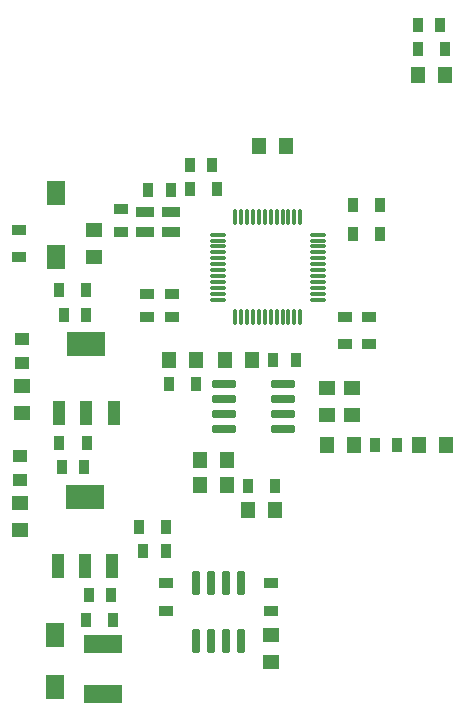
<source format=gtp>
G04*
G04 #@! TF.GenerationSoftware,Altium Limited,Altium Designer,21.9.2 (33)*
G04*
G04 Layer_Color=8421504*
%FSTAX25Y25*%
%MOIN*%
G70*
G04*
G04 #@! TF.SameCoordinates,0F4E3B0E-42B1-4E8D-80DC-DAFE1E1038FA*
G04*
G04*
G04 #@! TF.FilePolarity,Positive*
G04*
G01*
G75*
%ADD20O,0.01181X0.05709*%
%ADD21O,0.05709X0.01181*%
%ADD22R,0.12795X0.08465*%
%ADD23R,0.03937X0.08465*%
%ADD24R,0.05000X0.05500*%
%ADD25R,0.03543X0.05118*%
%ADD26R,0.05500X0.05000*%
G04:AMPARAMS|DCode=27|XSize=77.56mil|YSize=23.62mil|CornerRadius=2.95mil|HoleSize=0mil|Usage=FLASHONLY|Rotation=180.000|XOffset=0mil|YOffset=0mil|HoleType=Round|Shape=RoundedRectangle|*
%AMROUNDEDRECTD27*
21,1,0.07756,0.01772,0,0,180.0*
21,1,0.07165,0.02362,0,0,180.0*
1,1,0.00591,-0.03583,0.00886*
1,1,0.00591,0.03583,0.00886*
1,1,0.00591,0.03583,-0.00886*
1,1,0.00591,-0.03583,-0.00886*
%
%ADD27ROUNDEDRECTD27*%
%ADD28R,0.06102X0.03740*%
G04:AMPARAMS|DCode=29|XSize=77.56mil|YSize=23.62mil|CornerRadius=2.95mil|HoleSize=0mil|Usage=FLASHONLY|Rotation=90.000|XOffset=0mil|YOffset=0mil|HoleType=Round|Shape=RoundedRectangle|*
%AMROUNDEDRECTD29*
21,1,0.07756,0.01772,0,0,90.0*
21,1,0.07165,0.02362,0,0,90.0*
1,1,0.00591,0.00886,0.03583*
1,1,0.00591,0.00886,-0.03583*
1,1,0.00591,-0.00886,-0.03583*
1,1,0.00591,-0.00886,0.03583*
%
%ADD29ROUNDEDRECTD29*%
%ADD30R,0.05906X0.07874*%
%ADD31R,0.12638X0.06102*%
%ADD32R,0.04724X0.04331*%
%ADD33R,0.06102X0.08268*%
%ADD34R,0.05118X0.03543*%
D20*
X0418673Y0299634D02*
D03*
X0420642D02*
D03*
X042261D02*
D03*
X0424579D02*
D03*
X0426547D02*
D03*
X0428516D02*
D03*
X0430484D02*
D03*
X0432453D02*
D03*
X0434421D02*
D03*
X043639D02*
D03*
X0438358D02*
D03*
X0440327D02*
D03*
Y0266366D02*
D03*
X0438358D02*
D03*
X043639D02*
D03*
X0434421D02*
D03*
X0432453D02*
D03*
X0430484D02*
D03*
X0428516D02*
D03*
X0426547D02*
D03*
X0424579D02*
D03*
X042261D02*
D03*
X0420642D02*
D03*
X0418673D02*
D03*
D21*
X0446134Y0293827D02*
D03*
Y0291858D02*
D03*
Y028989D02*
D03*
Y0287921D02*
D03*
Y0285953D02*
D03*
Y0283984D02*
D03*
Y0282016D02*
D03*
Y0280047D02*
D03*
Y0278079D02*
D03*
Y027611D02*
D03*
Y0274142D02*
D03*
Y0272173D02*
D03*
X0412866D02*
D03*
Y0274142D02*
D03*
Y027611D02*
D03*
Y0278079D02*
D03*
Y0280047D02*
D03*
Y0282016D02*
D03*
Y0283984D02*
D03*
Y0285953D02*
D03*
Y0287921D02*
D03*
Y028989D02*
D03*
Y0291858D02*
D03*
Y0293827D02*
D03*
D22*
X0369038Y0257329D02*
D03*
X0368538Y0206492D02*
D03*
D23*
X0359983Y0234298D02*
D03*
X0369038D02*
D03*
X0378094D02*
D03*
X0359483Y018346D02*
D03*
X0368538D02*
D03*
X0377593D02*
D03*
D24*
X04889Y02236D02*
D03*
X04799D02*
D03*
X04159Y0210399D02*
D03*
X04069D02*
D03*
X0416Y02186D02*
D03*
X0407D02*
D03*
X04319Y0202D02*
D03*
X04229D02*
D03*
X039651Y0252045D02*
D03*
X040551D02*
D03*
X04151Y02521D02*
D03*
X04241D02*
D03*
X04885Y0347D02*
D03*
X04795D02*
D03*
X0458151Y02236D02*
D03*
X0449151D02*
D03*
X04266Y03233D02*
D03*
X04356D02*
D03*
D25*
X039648Y0243951D02*
D03*
X0405535D02*
D03*
X0422972Y0210094D02*
D03*
X0432028D02*
D03*
X047274Y02237D02*
D03*
X046526D02*
D03*
X0479445Y0355578D02*
D03*
X04885D02*
D03*
X0479445Y0363666D02*
D03*
X0486925D02*
D03*
X0438889Y02521D02*
D03*
X0431409D02*
D03*
X0395524Y0196463D02*
D03*
X0386469D02*
D03*
X0395524Y0188375D02*
D03*
X0388043D02*
D03*
X0378028Y0165513D02*
D03*
X0368972D02*
D03*
X037724Y0173601D02*
D03*
X036976D02*
D03*
X0369038Y0275276D02*
D03*
X0359983D02*
D03*
X0369038Y0267189D02*
D03*
X0361558D02*
D03*
X0369093Y0224439D02*
D03*
X0360038D02*
D03*
X0368306Y0216351D02*
D03*
X0360826D02*
D03*
X0403547Y0317D02*
D03*
X0411027D02*
D03*
X0403547Y0308912D02*
D03*
X0412602D02*
D03*
X0457847Y03036D02*
D03*
X0466903D02*
D03*
X0457847Y02939D02*
D03*
X0466903D02*
D03*
X0397231Y0308845D02*
D03*
X0389751D02*
D03*
D26*
X04493Y0233849D02*
D03*
Y0242849D02*
D03*
X0457501Y0233849D02*
D03*
Y0242849D02*
D03*
X04307Y01605D02*
D03*
Y01515D02*
D03*
X03475Y0234464D02*
D03*
Y0243464D02*
D03*
X0347Y01955D02*
D03*
Y02045D02*
D03*
X03715Y02865D02*
D03*
Y02955D02*
D03*
D27*
X0415054Y0228924D02*
D03*
Y0233924D02*
D03*
Y0238924D02*
D03*
Y0243924D02*
D03*
X0434503D02*
D03*
Y0238924D02*
D03*
Y0233924D02*
D03*
Y0228924D02*
D03*
D28*
X0388569Y0294754D02*
D03*
Y0301447D02*
D03*
X0397231Y0294754D02*
D03*
Y0301447D02*
D03*
D29*
X04055Y0158256D02*
D03*
X04105D02*
D03*
X04155D02*
D03*
X04205D02*
D03*
Y0177744D02*
D03*
X04155D02*
D03*
X04105D02*
D03*
X04055D02*
D03*
D30*
X0359Y030763D02*
D03*
Y028637D02*
D03*
D31*
X03745Y0140792D02*
D03*
Y0157327D02*
D03*
D32*
X03475Y0250866D02*
D03*
Y0259134D02*
D03*
X0347Y0211902D02*
D03*
Y022017D02*
D03*
D33*
X0358639Y0143124D02*
D03*
Y0160447D02*
D03*
D34*
X04307Y0168472D02*
D03*
Y0177528D02*
D03*
X0395524D02*
D03*
Y0168472D02*
D03*
X0463415Y026641D02*
D03*
Y0257354D02*
D03*
X0455328Y0266382D02*
D03*
Y0257327D02*
D03*
X039749Y0266401D02*
D03*
Y0273882D02*
D03*
X0389403Y0266401D02*
D03*
Y0273882D02*
D03*
X03465Y028637D02*
D03*
Y0295425D02*
D03*
X0380574Y0294754D02*
D03*
Y0302234D02*
D03*
M02*

</source>
